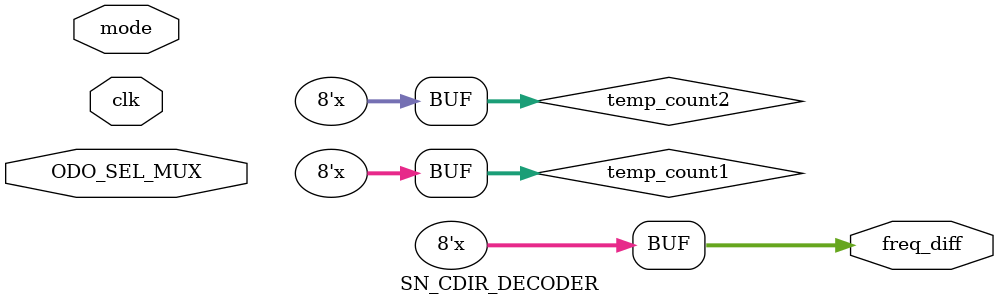
<source format=v>
`timescale 1ns / 1ps
`define INVERTER_DELAY_NS_1 0.20
`define INVERTER_DELAY_NS_2 0.21
`define INVERTER_DELAY_NS_3 0.25
`define INVERTER_DELAY_NS_4 0.27
`define INVERTER_DELAY_NS_5 0.25
`define INVERTER_DELAY_NS_6 0.25
`define INVERTER_DELAY_NS_7 0.22
`define INVERTER_DELAY_NS_8 0.20
`define INVERTER_DELAY_NS_9 0.24
`define INVERTER_DELAY_NS_10 0.26
`define INVERTER_DELAY_NS_11 0.21
`define INVERTER_DELAY_NS_12 0.23
`define INVERTER_DELAY_NS_13 0.27
`define INVERTER_DELAY_NS_14 0.25
`define INVERTER_DELAY_NS_15 0.24
`define INVERTER_DELAY_NS_16 0.20

module SN_CDIR_DECODER 
    ( 
    input wire clk,
    input wire [2:0] ODO_SEL_MUX,
    input wire [1:0] mode,
    //output wire SN_CDIR_out,
    output reg [7:0] freq_diff
    );
    parameter NO_STAGES=21;
    parameter TIMER=100;
    wire MUX_R_out,MUX_S_out;
    reg R_SLEEP,S_SLEEP;
    reg RO_SEL;
    wire cdir_out;
    wire RO_out_1;
    wire RO_out_2;
    wire RO_out_3;
    wire RO_out_4;
    wire RO_out_5;
    wire RO_out_6;
    wire RO_out_7;
    wire RO_out_8;
    wire RO_out_9;
    wire RO_out_10;
    wire RO_out_11;
    wire RO_out_12;
    wire RO_out_13;
    wire RO_out_14;
    wire RO_out_15;
    wire RO_out_16;
    
    wire SN_CDIR_out;
     
  
    reg [7:0] time_cc=0;
    reg [7:0] temp_count1= 8'h00;
    reg[7:0] temp_count2 = 8'h00; 
   
    
    RO_ODO #(.NO_STAGES(NO_STAGES), .INV_DELAY_ns(`INVERTER_DELAY_NS_1))
    ref_ro_1 (.En(R_SLEEP),.RO_out(RO_out_1));
    RO_ODO  #(.NO_STAGES(NO_STAGES), .INV_DELAY_ns(`INVERTER_DELAY_NS_2))
    ref_ro_2 (.En(R_SLEEP),.RO_out(RO_out_2));
    RO_ODO  #(.NO_STAGES(NO_STAGES), .INV_DELAY_ns(`INVERTER_DELAY_NS_3))
    ref_ro_3 (.En(R_SLEEP),.RO_out(RO_out_3));
    RO_ODO  #(.NO_STAGES(NO_STAGES), .INV_DELAY_ns(`INVERTER_DELAY_NS_4))
    ref_ro_4 (.En(R_SLEEP),.RO_out(RO_out_4));
    RO_ODO  #(.NO_STAGES(NO_STAGES), .INV_DELAY_ns(`INVERTER_DELAY_NS_5))
    ref_ro_5 (.En(R_SLEEP),.RO_out(RO_out_5));
    RO_ODO  #(.NO_STAGES(NO_STAGES), .INV_DELAY_ns(`INVERTER_DELAY_NS_6))
    ref_ro_6 (.En(R_SLEEP),.RO_out(RO_out_6));
    RO_ODO  #(.NO_STAGES(NO_STAGES), .INV_DELAY_ns(`INVERTER_DELAY_NS_7))
    ref_ro_7 (.En(R_SLEEP),.RO_out(RO_out_7));
    RO_ODO  #(.NO_STAGES(NO_STAGES), .INV_DELAY_ns(`INVERTER_DELAY_NS_8))
    ref_ro_8 (.En(R_SLEEP),.RO_out(RO_out_8));
        
    RO_ODO  #(.NO_STAGES(NO_STAGES),.INV_DELAY_ns(`INVERTER_DELAY_NS_9))
    stressed_ro_1 (.En(S_SLEEP),.RO_out(RO_out_9));
    RO_ODO  #(.NO_STAGES(NO_STAGES),.INV_DELAY_ns(`INVERTER_DELAY_NS_10))
    stressed_ro_2 (.En(S_SLEEP),.RO_out(RO_out_10));
    RO_ODO  #(.NO_STAGES(NO_STAGES),.INV_DELAY_ns(`INVERTER_DELAY_NS_11))
    stressed_ro_3 (.En(S_SLEEP),.RO_out(RO_out_11));
    RO_ODO  #(.NO_STAGES(NO_STAGES),.INV_DELAY_ns(`INVERTER_DELAY_NS_12))
    stressed_ro_4 (.En(S_SLEEP),.RO_out(RO_out_12));
    RO_ODO  #(.NO_STAGES(NO_STAGES),.INV_DELAY_ns(`INVERTER_DELAY_NS_13))
    stressed_ro_5 (.En(S_SLEEP),.RO_out(RO_out_13));
    RO_ODO  #(.NO_STAGES(NO_STAGES),.INV_DELAY_ns(`INVERTER_DELAY_NS_14))
    stressed_ro_6 (.En(S_SLEEP),.RO_out(RO_out_14));
    RO_ODO  #(.NO_STAGES(NO_STAGES),.INV_DELAY_ns(`INVERTER_DELAY_NS_15))
    stressed_ro_7 (.En(S_SLEEP),.RO_out(RO_out_15));
    RO_ODO  #(.NO_STAGES(NO_STAGES),.INV_DELAY_ns(`INVERTER_DELAY_NS_16))
    stressed_ro_8 (.En(S_SLEEP),.RO_out(RO_out_16));
        
always @(posedge clk)
begin
    case (mode)
        0: begin
            R_SLEEP =1'b0;
            S_SLEEP =1'b0;
            RO_SEL =1'bx;
            end
        1: begin 
            R_SLEEP =1'b0;
            S_SLEEP =1'b1;
            RO_SEL =1'bx;            
            end
        2: begin
            R_SLEEP =1'b1;
            S_SLEEP =1'b1;
            RO_SEL =1'b0;
            end
        3: begin
            R_SLEEP =1'b1;
            S_SLEEP =1'b1;
            RO_SEL =1'b1;
            end
    endcase
end
    
        MUX_8_1 MUX_R(RO_out_1, RO_out_2, RO_out_3, RO_out_4, RO_out_5, 
                      RO_out_6, RO_out_7, RO_out_8, ODO_SEL_MUX, MUX_R_out);
        
         MUX_8_1 MUX_S(RO_out_9, RO_out_10, RO_out_11, RO_out_12, RO_out_13, 
                      RO_out_14, RO_out_15, RO_out_16, ODO_SEL_MUX, MUX_S_out);
                         
        assign SN_CDIR_out = RO_SEL?   MUX_S_out : MUX_R_out;
        
        
        always @(cdir_out)
    begin
    case (mode)
        2:  begin
            time_cc = 0;
            if (time_cc<TIMER && MUX_R_out==1'b1) begin
                    temp_count1 <=temp_count1+1;
                    end         
                time_cc <= time_cc + 1;
            end
        3: begin
            time_cc = 0;
            if (time_cc<TIMER && MUX_S_out==1'b1) begin
                    temp_count2 <=temp_count2+1;
                    end         
                time_cc <= time_cc + 1;
            end
    endcase
        freq_diff <= temp_count1-temp_count2;
        freq_diff <= temp_count1-temp_count2;
end

    assign cdir_out = RO_SEL? MUX_S_out:MUX_R_out;

endmodule
</source>
